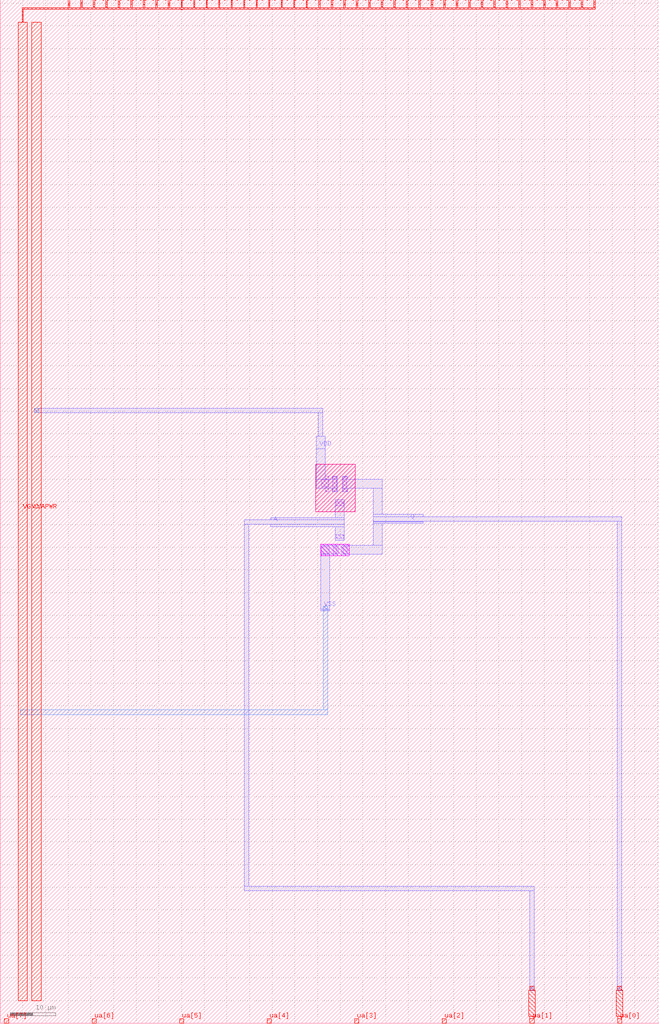
<source format=lef>
VERSION 5.7 ;
  NOWIREEXTENSIONATPIN ON ;
  DIVIDERCHAR "/" ;
  BUSBITCHARS "[]" ;
MACRO tt_um_noritsuna_inverter
  CLASS BLOCK ;
  FOREIGN tt_um_noritsuna_inverter ;
  ORIGIN 0.000 0.000 ;
  SIZE 145.360 BY 225.760 ;
  PIN Q
    ANTENNADIFFAREA 10.875000 ;
    PORT
      LAYER met1 ;
        RECT 90.475 110.605 90.485 110.615 ;
    END
  END Q
  PIN A
    ANTENNAGATEAREA 5.437500 ;
    PORT
      LAYER met1 ;
        RECT 60.175 110.105 60.185 110.115 ;
    END
  END A
  PIN VSS
    ANTENNADIFFAREA 8.437500 ;
    PORT
      LAYER met1 ;
        RECT 71.325 91.280 71.335 91.290 ;
    END
  END VSS
  PIN VDD
    ANTENNADIFFAREA 17.250000 ;
    PORT
      LAYER met1 ;
        RECT 70.325 126.730 70.335 126.740 ;
    END
  END VDD
  PIN clk
    ANTENNADIFFAREA 8.437500 ;
    PORT
      LAYER met4 ;
        RECT 128.190 224.760 128.490 225.760 ;
    END
  END clk
  PIN ena
    ANTENNADIFFAREA 8.437500 ;
    PORT
      LAYER met4 ;
        RECT 130.950 224.760 131.250 225.760 ;
    END
  END ena
  PIN rst_n
    ANTENNADIFFAREA 8.437500 ;
    PORT
      LAYER met4 ;
        RECT 125.430 224.760 125.730 225.760 ;
    END
  END rst_n
  PIN ua[0]
    ANTENNADIFFAREA 10.875000 ;
    PORT
      LAYER met4 ;
        RECT 136.170 0.000 137.070 1.000 ;
    END
  END ua[0]
  PIN ua[1]
    ANTENNAGATEAREA 5.437500 ;
    PORT
      LAYER met4 ;
        RECT 116.850 0.000 117.750 1.000 ;
    END
  END ua[1]
  PIN ua[2]
    PORT
      LAYER met4 ;
        RECT 97.530 0.000 98.430 1.000 ;
    END
  END ua[2]
  PIN ua[3]
    PORT
      LAYER met4 ;
        RECT 78.210 0.000 79.110 1.000 ;
    END
  END ua[3]
  PIN ua[4]
    PORT
      LAYER met4 ;
        RECT 58.890 0.000 59.790 1.000 ;
    END
  END ua[4]
  PIN ua[5]
    PORT
      LAYER met4 ;
        RECT 39.570 0.000 40.470 1.000 ;
    END
  END ua[5]
  PIN ua[6]
    PORT
      LAYER met4 ;
        RECT 20.250 0.000 21.150 1.000 ;
    END
  END ua[6]
  PIN ua[7]
    PORT
      LAYER met4 ;
        RECT 0.930 0.000 1.830 1.000 ;
    END
  END ua[7]
  PIN ui_in[0]
    ANTENNADIFFAREA 8.437500 ;
    PORT
      LAYER met4 ;
        RECT 122.670 224.760 122.970 225.760 ;
    END
  END ui_in[0]
  PIN ui_in[1]
    ANTENNADIFFAREA 8.437500 ;
    PORT
      LAYER met4 ;
        RECT 119.910 224.760 120.210 225.760 ;
    END
  END ui_in[1]
  PIN ui_in[2]
    ANTENNADIFFAREA 8.437500 ;
    PORT
      LAYER met4 ;
        RECT 117.150 224.760 117.450 225.760 ;
    END
  END ui_in[2]
  PIN ui_in[3]
    ANTENNADIFFAREA 8.437500 ;
    PORT
      LAYER met4 ;
        RECT 114.390 224.760 114.690 225.760 ;
    END
  END ui_in[3]
  PIN ui_in[4]
    ANTENNADIFFAREA 8.437500 ;
    PORT
      LAYER met4 ;
        RECT 111.630 224.760 111.930 225.760 ;
    END
  END ui_in[4]
  PIN ui_in[5]
    ANTENNADIFFAREA 8.437500 ;
    PORT
      LAYER met4 ;
        RECT 108.870 224.760 109.170 225.760 ;
    END
  END ui_in[5]
  PIN ui_in[6]
    ANTENNADIFFAREA 8.437500 ;
    PORT
      LAYER met4 ;
        RECT 106.110 224.760 106.410 225.760 ;
    END
  END ui_in[6]
  PIN ui_in[7]
    ANTENNADIFFAREA 8.437500 ;
    PORT
      LAYER met4 ;
        RECT 103.350 224.760 103.650 225.760 ;
    END
  END ui_in[7]
  PIN uio_in[0]
    ANTENNADIFFAREA 8.437500 ;
    PORT
      LAYER met4 ;
        RECT 100.590 224.760 100.890 225.760 ;
    END
  END uio_in[0]
  PIN uio_in[1]
    ANTENNADIFFAREA 8.437500 ;
    PORT
      LAYER met4 ;
        RECT 97.830 224.760 98.130 225.760 ;
    END
  END uio_in[1]
  PIN uio_in[2]
    ANTENNADIFFAREA 8.437500 ;
    PORT
      LAYER met4 ;
        RECT 95.070 224.760 95.370 225.760 ;
    END
  END uio_in[2]
  PIN uio_in[3]
    ANTENNADIFFAREA 8.437500 ;
    PORT
      LAYER met4 ;
        RECT 92.310 224.760 92.610 225.760 ;
    END
  END uio_in[3]
  PIN uio_in[4]
    ANTENNADIFFAREA 8.437500 ;
    PORT
      LAYER met4 ;
        RECT 89.550 224.760 89.850 225.760 ;
    END
  END uio_in[4]
  PIN uio_in[5]
    ANTENNADIFFAREA 8.437500 ;
    PORT
      LAYER met4 ;
        RECT 86.790 224.760 87.090 225.760 ;
    END
  END uio_in[5]
  PIN uio_in[6]
    ANTENNADIFFAREA 8.437500 ;
    PORT
      LAYER met4 ;
        RECT 84.030 224.760 84.330 225.760 ;
    END
  END uio_in[6]
  PIN uio_in[7]
    ANTENNADIFFAREA 8.437500 ;
    PORT
      LAYER met4 ;
        RECT 81.270 224.760 81.570 225.760 ;
    END
  END uio_in[7]
  PIN uio_oe[0]
    ANTENNADIFFAREA 8.437500 ;
    PORT
      LAYER met4 ;
        RECT 34.350 224.760 34.650 225.760 ;
    END
  END uio_oe[0]
  PIN uio_oe[1]
    ANTENNADIFFAREA 8.437500 ;
    PORT
      LAYER met4 ;
        RECT 31.590 224.760 31.890 225.760 ;
    END
  END uio_oe[1]
  PIN uio_oe[2]
    ANTENNADIFFAREA 8.437500 ;
    PORT
      LAYER met4 ;
        RECT 28.830 224.760 29.130 225.760 ;
    END
  END uio_oe[2]
  PIN uio_oe[3]
    ANTENNADIFFAREA 8.437500 ;
    PORT
      LAYER met4 ;
        RECT 26.070 224.760 26.370 225.760 ;
    END
  END uio_oe[3]
  PIN uio_oe[4]
    ANTENNADIFFAREA 8.437500 ;
    PORT
      LAYER met4 ;
        RECT 23.310 224.760 23.610 225.760 ;
    END
  END uio_oe[4]
  PIN uio_oe[5]
    ANTENNADIFFAREA 8.437500 ;
    PORT
      LAYER met4 ;
        RECT 20.550 224.760 20.850 225.760 ;
    END
  END uio_oe[5]
  PIN uio_oe[6]
    ANTENNADIFFAREA 8.437500 ;
    PORT
      LAYER met4 ;
        RECT 17.790 224.760 18.090 225.760 ;
    END
  END uio_oe[6]
  PIN uio_oe[7]
    ANTENNADIFFAREA 8.437500 ;
    PORT
      LAYER met4 ;
        RECT 15.030 224.760 15.330 225.760 ;
    END
  END uio_oe[7]
  PIN uio_out[0]
    ANTENNADIFFAREA 8.437500 ;
    PORT
      LAYER met4 ;
        RECT 56.430 224.760 56.730 225.760 ;
    END
  END uio_out[0]
  PIN uio_out[1]
    ANTENNADIFFAREA 8.437500 ;
    PORT
      LAYER met4 ;
        RECT 53.670 224.760 53.970 225.760 ;
    END
  END uio_out[1]
  PIN uio_out[2]
    ANTENNADIFFAREA 8.437500 ;
    PORT
      LAYER met4 ;
        RECT 50.910 224.760 51.210 225.760 ;
    END
  END uio_out[2]
  PIN uio_out[3]
    ANTENNADIFFAREA 8.437500 ;
    PORT
      LAYER met4 ;
        RECT 48.150 224.760 48.450 225.760 ;
    END
  END uio_out[3]
  PIN uio_out[4]
    ANTENNADIFFAREA 8.437500 ;
    PORT
      LAYER met4 ;
        RECT 45.390 224.760 45.690 225.760 ;
    END
  END uio_out[4]
  PIN uio_out[5]
    ANTENNADIFFAREA 8.437500 ;
    PORT
      LAYER met4 ;
        RECT 42.630 224.760 42.930 225.760 ;
    END
  END uio_out[5]
  PIN uio_out[6]
    ANTENNADIFFAREA 8.437500 ;
    PORT
      LAYER met4 ;
        RECT 39.870 224.760 40.170 225.760 ;
    END
  END uio_out[6]
  PIN uio_out[7]
    ANTENNADIFFAREA 8.437500 ;
    PORT
      LAYER met4 ;
        RECT 37.110 224.760 37.410 225.760 ;
    END
  END uio_out[7]
  PIN uo_out[0]
    ANTENNADIFFAREA 8.437500 ;
    PORT
      LAYER met4 ;
        RECT 78.510 224.760 78.810 225.760 ;
    END
  END uo_out[0]
  PIN uo_out[1]
    ANTENNADIFFAREA 8.437500 ;
    PORT
      LAYER met4 ;
        RECT 75.750 224.760 76.050 225.760 ;
    END
  END uo_out[1]
  PIN uo_out[2]
    ANTENNADIFFAREA 8.437500 ;
    PORT
      LAYER met4 ;
        RECT 72.990 224.760 73.290 225.760 ;
    END
  END uo_out[2]
  PIN uo_out[3]
    ANTENNADIFFAREA 8.437500 ;
    PORT
      LAYER met4 ;
        RECT 70.230 224.760 70.530 225.760 ;
    END
  END uo_out[3]
  PIN uo_out[4]
    ANTENNADIFFAREA 8.437500 ;
    PORT
      LAYER met4 ;
        RECT 67.470 224.760 67.770 225.760 ;
    END
  END uo_out[4]
  PIN uo_out[5]
    ANTENNADIFFAREA 8.437500 ;
    PORT
      LAYER met4 ;
        RECT 64.710 224.760 65.010 225.760 ;
    END
  END uo_out[5]
  PIN uo_out[6]
    ANTENNADIFFAREA 8.437500 ;
    PORT
      LAYER met4 ;
        RECT 61.950 224.760 62.250 225.760 ;
    END
  END uo_out[6]
  PIN uo_out[7]
    ANTENNADIFFAREA 8.437500 ;
    PORT
      LAYER met4 ;
        RECT 59.190 224.760 59.490 225.760 ;
    END
  END uo_out[7]
  PIN VGND
    USE GROUND ;
    PORT
      LAYER met4 ;
        RECT 4.000 5.000 6.000 220.760 ;
    END
  END VGND
  PIN VAPWR
    ANTENNADIFFAREA 17.250000 ;
    PORT
      LAYER met4 ;
        RECT 7.000 5.000 9.000 220.760 ;
    END
  END VAPWR
  OBS
      LAYER nwell ;
        RECT 69.580 112.810 78.330 123.310 ;
      LAYER pwell ;
        RECT 70.700 103.155 76.960 105.665 ;
      LAYER li1 ;
        RECT 71.655 119.835 72.505 120.635 ;
        RECT 70.905 118.335 72.505 119.835 ;
        RECT 71.655 117.185 72.505 118.335 ;
        RECT 73.380 117.185 74.230 120.635 ;
        RECT 75.630 117.185 76.480 120.635 ;
        RECT 74.105 114.160 75.755 115.010 ;
        RECT 74.130 106.935 75.780 107.785 ;
        RECT 70.855 103.535 72.555 105.235 ;
        RECT 73.405 103.585 74.255 105.235 ;
        RECT 75.655 103.585 76.505 105.235 ;
      LAYER met1 ;
        RECT 7.540 134.650 71.185 135.650 ;
        RECT 70.185 129.435 71.185 134.650 ;
        RECT 69.680 126.740 71.680 129.435 ;
        RECT 69.680 126.730 70.325 126.740 ;
        RECT 70.335 126.730 71.680 126.740 ;
        RECT 69.680 120.035 71.680 126.730 ;
        RECT 73.230 120.035 74.380 120.535 ;
        RECT 69.680 118.035 74.380 120.035 ;
        RECT 73.230 117.285 74.380 118.035 ;
        RECT 75.480 119.960 76.630 120.535 ;
        RECT 75.480 117.960 84.255 119.960 ;
        RECT 75.480 117.285 76.630 117.960 ;
        RECT 73.930 111.535 75.930 115.510 ;
        RECT 59.655 111.035 75.930 111.535 ;
        RECT 53.865 110.115 75.930 111.035 ;
        RECT 53.865 110.105 60.175 110.115 ;
        RECT 60.185 110.105 75.930 110.115 ;
        RECT 53.865 110.035 75.930 110.105 ;
        RECT 53.865 30.235 54.865 110.035 ;
        RECT 59.655 109.535 75.930 110.035 ;
        RECT 73.930 106.485 75.930 109.535 ;
        RECT 82.255 112.260 84.255 117.960 ;
        RECT 82.255 111.760 93.330 112.260 ;
        RECT 82.255 110.760 137.095 111.760 ;
        RECT 82.255 110.615 93.330 110.760 ;
        RECT 82.255 110.605 90.475 110.615 ;
        RECT 90.485 110.605 93.330 110.615 ;
        RECT 82.255 110.260 93.330 110.605 ;
        RECT 82.255 105.410 84.255 110.260 ;
        RECT 70.730 103.410 74.555 105.410 ;
        RECT 75.355 103.410 84.255 105.410 ;
        RECT 70.730 91.290 72.730 103.410 ;
        RECT 70.730 91.280 71.325 91.290 ;
        RECT 71.335 91.280 72.730 91.290 ;
        RECT 70.730 90.960 72.730 91.280 ;
        RECT 53.865 29.235 117.840 30.235 ;
        RECT 116.840 7.175 117.840 29.235 ;
        RECT 136.095 7.190 137.095 110.760 ;
      LAYER met2 ;
        RECT 7.540 134.650 8.540 135.650 ;
        RECT 71.220 90.980 72.220 91.980 ;
        RECT 116.840 7.175 117.840 8.175 ;
        RECT 136.095 7.190 137.095 8.190 ;
      LAYER met3 ;
        RECT 7.540 134.650 8.540 135.650 ;
        RECT 71.220 69.100 72.220 92.005 ;
        RECT 4.435 68.100 72.220 69.100 ;
        RECT 116.840 7.175 117.840 8.175 ;
        RECT 136.095 7.190 137.095 8.190 ;
      LAYER met4 ;
        RECT 15.030 223.960 15.330 224.760 ;
        RECT 17.790 223.960 18.090 224.760 ;
        RECT 20.550 223.960 20.850 224.760 ;
        RECT 23.310 223.960 23.610 224.760 ;
        RECT 26.070 223.960 26.370 224.760 ;
        RECT 28.830 223.960 29.130 224.760 ;
        RECT 31.590 223.960 31.890 224.760 ;
        RECT 34.350 223.960 34.650 224.760 ;
        RECT 37.110 223.960 37.410 224.760 ;
        RECT 39.870 223.960 40.170 224.760 ;
        RECT 42.630 223.960 42.930 224.760 ;
        RECT 45.390 223.960 45.690 224.760 ;
        RECT 48.150 223.960 48.450 224.760 ;
        RECT 50.910 223.960 51.210 224.760 ;
        RECT 53.670 223.960 53.970 224.760 ;
        RECT 56.430 223.960 56.730 224.760 ;
        RECT 59.190 223.960 59.490 224.760 ;
        RECT 61.950 223.960 62.250 224.760 ;
        RECT 64.710 223.960 65.010 224.760 ;
        RECT 67.470 223.960 67.770 224.760 ;
        RECT 70.230 223.960 70.530 224.760 ;
        RECT 72.990 223.960 73.290 224.760 ;
        RECT 75.750 223.960 76.050 224.760 ;
        RECT 78.510 223.960 78.810 224.760 ;
        RECT 81.270 223.960 81.570 224.760 ;
        RECT 84.030 223.960 84.330 224.760 ;
        RECT 86.790 223.960 87.090 224.760 ;
        RECT 89.550 223.960 89.850 224.760 ;
        RECT 92.310 223.960 92.610 224.760 ;
        RECT 95.070 223.960 95.370 224.760 ;
        RECT 97.830 223.960 98.130 224.760 ;
        RECT 100.590 223.960 100.890 224.760 ;
        RECT 103.350 223.960 103.650 224.760 ;
        RECT 106.110 223.960 106.410 224.760 ;
        RECT 108.870 223.960 109.170 224.760 ;
        RECT 111.630 223.960 111.930 224.760 ;
        RECT 114.390 223.960 114.690 224.760 ;
        RECT 117.150 223.960 117.450 224.760 ;
        RECT 119.910 223.960 120.210 224.760 ;
        RECT 122.670 223.960 122.970 224.760 ;
        RECT 125.430 223.960 125.730 224.760 ;
        RECT 128.190 223.960 128.490 224.760 ;
        RECT 130.950 223.960 131.250 224.760 ;
        RECT 4.800 223.660 131.250 223.960 ;
        RECT 4.800 220.760 5.100 223.660 ;
        RECT 34.350 223.610 34.650 223.660 ;
        RECT 39.870 223.580 40.170 223.660 ;
        RECT 116.840 7.240 117.840 8.175 ;
        RECT 136.095 7.240 137.095 8.190 ;
        RECT 116.550 1.575 118.025 7.240 ;
        RECT 135.870 1.575 137.345 7.240 ;
        RECT 116.850 1.000 117.750 1.575 ;
        RECT 136.170 1.000 137.070 1.575 ;
  END
END tt_um_noritsuna_inverter
END LIBRARY


</source>
